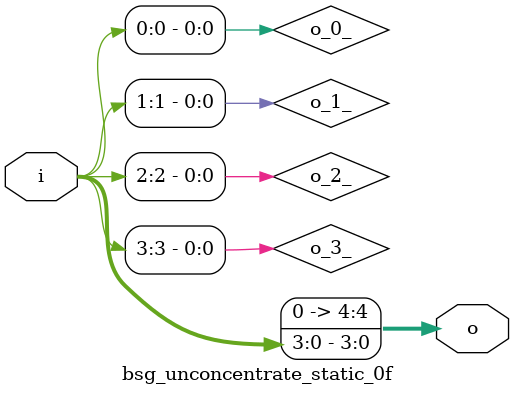
<source format=v>
module bsg_unconcentrate_static_0f
(
  i,
  o
);
  input [3:0] i;
  output [4:0] o;
  wire [4:0] o;
  wire o_3_,o_2_,o_1_,o_0_;
  assign o[4] = 1'b0;
  assign o_3_ = i[3];
  assign o[3] = o_3_;
  assign o_2_ = i[2];
  assign o[2] = o_2_;
  assign o_1_ = i[1];
  assign o[1] = o_1_;
  assign o_0_ = i[0];
  assign o[0] = o_0_;
endmodule
</source>
